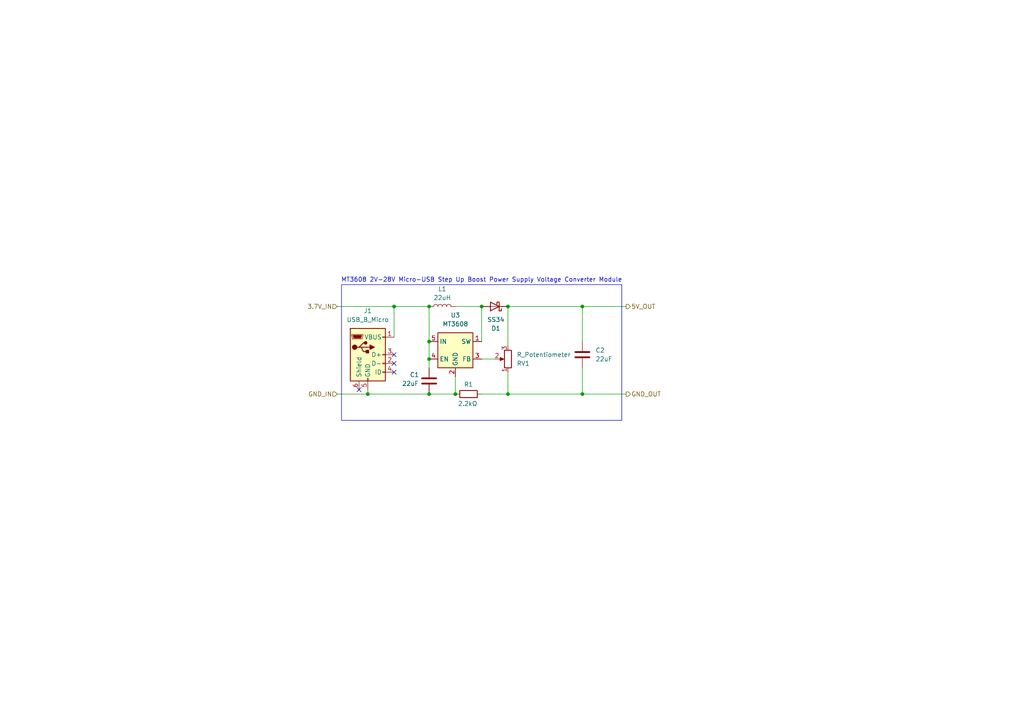
<source format=kicad_sch>
(kicad_sch (version 20250114) (generator "eeschema") (generator_version "9.0")
  (paper "A4")
  (lib_symbols
    (symbol "Connector:USB_B_Micro" (pin_names (offset 1.016))
      (property "Reference" "J" (at -5.08 11.43 0))
      (property "Value" "USB_B_Micro" (at -5.08 8.89 0))
      (symbol "USB_B_Micro_0_1"
        (rectangle (start -5.08 -7.62) (end 5.08 7.62) (stroke (width 0.254)) (fill (type background)))
        (polyline (pts (xy -4.699 5.842) (xy -4.699 5.588) (xy -4.445 4.826) (xy -4.445 4.572) (xy -1.651 4.572) (xy -1.651 4.826) (xy -1.397 5.588) (xy -1.397 5.842) (xy -4.699 5.842)))
        (polyline (pts (xy -4.318 5.588) (xy -1.778 5.588) (xy -2.032 4.826) (xy -4.064 4.826) (xy -4.318 5.588)) (fill (type outline)))
        (circle (center -3.81 2.159) (radius 0.635) (stroke (width 0.254)) (fill (type outline)))
        (polyline (pts (xy -3.175 2.159) (xy -2.54 2.159) (xy -1.27 3.429) (xy -0.635 3.429)) (stroke (width 0.254)))
        (polyline (pts (xy -2.54 2.159) (xy -1.905 2.159) (xy -1.27 0.889) (xy 0 0.889)) (stroke (width 0.254)))
        (polyline (pts (xy -1.905 2.159) (xy 0.635 2.159)) (stroke (width 0.254)))
        (circle (center -0.635 3.429) (radius 0.381) (stroke (width 0.254)) (fill (type outline)))
        (rectangle (start -0.127 -7.62) (end 0.127 -6.858))
        (rectangle (start 0.254 1.27) (end -0.508 0.508) (stroke (width 0.254)) (fill (type outline)))
        (polyline (pts (xy 0.635 2.794) (xy 0.635 1.524) (xy 1.905 2.159) (xy 0.635 2.794)) (stroke (width 0.254)) (fill (type outline)))
        (rectangle (start 5.08 4.953) (end 4.318 5.207))
        (rectangle (start 5.08 -0.127) (end 4.318 0.127))
        (rectangle (start 5.08 -2.667) (end 4.318 -2.413))
        (rectangle (start 5.08 -5.207) (end 4.318 -4.953))
      )
      (symbol "USB_B_Micro_1_1"
        (pin passive line (at -2.54 -10.16 90) (length 2.54) (name "Shield") (number "6"))
        (pin power_out line (at 0 -10.16 90) (length 2.54) (name "GND") (number "5"))
        (pin power_out line (at 7.62 5.08 180) (length 2.54) (name "VBUS") (number "1"))
        (pin bidirectional line (at 7.62 0 180) (length 2.54) (name "D+") (number "3"))
        (pin bidirectional line (at 7.62 -2.54 180) (length 2.54) (name "D-") (number "2"))
        (pin passive line (at 7.62 -5.08 180) (length 2.54) (name "ID") (number "4"))
      )
    )
    (symbol "Device:C" (pin_numbers (hide yes)) (pin_names (offset 0.254))
      (property "Reference" "C" (at 0.635 2.54 0))
      (property "Value" "C" (at 0.635 -2.54 0))
      (symbol "C_0_1"
        (polyline (pts (xy -2.032 0.762) (xy 2.032 0.762)) (stroke (width 0.508)))
        (polyline (pts (xy -2.032 -0.762) (xy 2.032 -0.762)) (stroke (width 0.508)))
      )
      (symbol "C_1_1"
        (pin passive line (at 0 3.81 270) (length 2.794) (name "~") (number "1"))
        (pin passive line (at 0 -3.81 90) (length 2.794) (name "~") (number "2"))
      )
    )
    (symbol "Device:L" (pin_numbers (hide yes)) (pin_names (offset 1.016) (hide yes))
      (property "Reference" "L" (at -1.27 0 90))
      (property "Value" "L" (at 1.905 0 90))
      (symbol "L_0_1"
        (arc (start 0 2.54) (mid 0.6323 1.905) (end 0 1.27))
        (arc (start 0 1.27) (mid 0.6323 0.635) (end 0 0))
        (arc (start 0 0) (mid 0.6323 -0.635) (end 0 -1.27))
        (arc (start 0 -1.27) (mid 0.6323 -1.905) (end 0 -2.54))
      )
      (symbol "L_1_1"
        (pin passive line (at 0 3.81 270) (length 1.27) (name "1") (number "1"))
        (pin passive line (at 0 -3.81 90) (length 1.27) (name "2") (number "2"))
      )
    )
    (symbol "Device:R" (pin_numbers (hide yes)) (pin_names (offset 0))
      (property "Reference" "R" (at 2.032 0 90))
      (property "Value" "R" (at 0 0 90))
      (symbol "R_0_1"
        (rectangle (start -1.016 -2.54) (end 1.016 2.54) (stroke (width 0.254)))
      )
      (symbol "R_1_1"
        (pin passive line (at 0 3.81 270) (length 1.27) (name "~") (number "1"))
        (pin passive line (at 0 -3.81 90) (length 1.27) (name "~") (number "2"))
      )
    )
    (symbol "Device:R_Potentiometer" (pin_names (offset 1.016) (hide yes))
      (property "Reference" "RV" (at -4.445 0 90))
      (property "Value" "R_Potentiometer" (at -2.54 0 90))
      (symbol "R_Potentiometer_0_1"
        (rectangle (start 1.016 2.54) (end -1.016 -2.54) (stroke (width 0.254)))
        (polyline (pts (xy 1.143 0) (xy 2.286 0.508) (xy 2.286 -0.508) (xy 1.143 0)) (fill (type outline)))
        (polyline (pts (xy 2.54 0) (xy 1.524 0)))
      )
      (symbol "R_Potentiometer_1_1"
        (pin passive line (at 0 3.81 270) (length 1.27) (name "1") (number "1"))
        (pin passive line (at 0 -3.81 90) (length 1.27) (name "3") (number "3"))
        (pin passive line (at 3.81 0 180) (length 1.27) (name "2") (number "2"))
      )
    )
    (symbol "Diode:SS34" (pin_numbers (hide yes)) (pin_names (offset 1.016) (hide yes))
      (property "Reference" "D" (at 0 2.54 0))
      (property "Value" "SS34" (at 0 -2.54 0))
      (symbol "SS34_0_1"
        (polyline (pts (xy -1.905 0.635) (xy -1.905 1.27) (xy -1.27 1.27) (xy -1.27 -1.27) (xy -0.635 -1.27) (xy -0.635 -0.635)) (stroke (width 0.254)))
        (polyline (pts (xy 1.27 1.27) (xy 1.27 -1.27) (xy -1.27 0) (xy 1.27 1.27)) (stroke (width 0.254)))
        (polyline (pts (xy 1.27 0) (xy -1.27 0)))
      )
      (symbol "SS34_1_1"
        (pin passive line (at -3.81 0 0) (length 2.54) (name "K") (number "1"))
        (pin passive line (at 3.81 0 180) (length 2.54) (name "A") (number "2"))
      )
    )
    (symbol "Regulator_Switching:MT3608"
      (property "Reference" "U" (at -2.54 8.89 0))
      (property "Value" "MT3608" (at -3.81 6.35 0))
      (symbol "MT3608_0_1"
        (rectangle (start -5.08 5.08) (end 5.08 -5.08) (stroke (width 0.254)) (fill (type background)))
      )
      (symbol "MT3608_1_1"
        (pin power_in line (at -7.62 2.54 0) (length 2.54) (name "IN") (number "5"))
        (pin input line (at -7.62 -2.54 0) (length 2.54) (name "EN") (number "4"))
        (pin power_in line (at 0 -7.62 90) (length 2.54) (name "GND") (number "2"))
        (pin no_connect line (at 5.08 0 180) (length 2.54) (hide yes) (name "NC") (number "6"))
        (pin passive line (at 7.62 2.54 180) (length 2.54) (name "SW") (number "1"))
        (pin input line (at 7.62 -2.54 180) (length 2.54) (name "FB") (number "3"))
      )
    )
  )
  (rectangle (start 99.06 82.55) (end 180.34 121.92))
  (text "MT3608 2V-28V Micro-USB Step Up Boost Power Supply Voltage Converter Module" (at 139.7 81.28 0) (effects (font (size 1.27 1.27))))
  (junction (at 132.08 114.3))
  (junction (at 124.46 99.06))
  (junction (at 168.91 88.9))
  (junction (at 147.32 88.9))
  (junction (at 124.46 88.9))
  (junction (at 124.46 104.14))
  (junction (at 114.3 88.9))
  (junction (at 139.7 88.9))
  (junction (at 147.32 114.3))
  (junction (at 106.68 114.3))
  (junction (at 124.46 114.3))
  (junction (at 168.91 114.3))
  (no_connect (at 114.3 107.95))
  (no_connect (at 104.14 113.03))
  (no_connect (at 114.3 102.87))
  (no_connect (at 114.3 105.41))
  (wire (pts (xy 139.7 88.9) (xy 139.7 99.06)))
  (wire (pts (xy 168.91 99.06) (xy 168.91 88.9)))
  (wire (pts (xy 124.46 99.06) (xy 124.46 104.14)))
  (wire (pts (xy 114.3 88.9) (xy 114.3 97.79)))
  (wire (pts (xy 168.91 114.3) (xy 181.61 114.3)))
  (wire (pts (xy 168.91 88.9) (xy 147.32 88.9)))
  (wire (pts (xy 124.46 99.06) (xy 124.46 88.9)))
  (wire (pts (xy 97.79 114.3) (xy 106.68 114.3)))
  (wire (pts (xy 132.08 114.3) (xy 124.46 114.3)))
  (wire (pts (xy 124.46 104.14) (xy 124.46 106.68)))
  (wire (pts (xy 147.32 114.3) (xy 139.7 114.3)))
  (wire (pts (xy 147.32 107.95) (xy 147.32 114.3)))
  (wire (pts (xy 132.08 88.9) (xy 139.7 88.9)))
  (wire (pts (xy 132.08 109.22) (xy 132.08 114.3)))
  (wire (pts (xy 168.91 114.3) (xy 168.91 106.68)))
  (wire (pts (xy 168.91 88.9) (xy 181.61 88.9)))
  (wire (pts (xy 106.68 114.3) (xy 106.68 113.03)))
  (wire (pts (xy 106.68 114.3) (xy 124.46 114.3)))
  (wire (pts (xy 143.51 104.14) (xy 139.7 104.14)))
  (wire (pts (xy 97.79 88.9) (xy 114.3 88.9)))
  (wire (pts (xy 147.32 114.3) (xy 168.91 114.3)))
  (wire (pts (xy 124.46 88.9) (xy 114.3 88.9)))
  (wire (pts (xy 147.32 88.9) (xy 147.32 100.33)))
  (hierarchical_label "3.7V_IN" (shape input) (at 97.79 88.9 180))
  (hierarchical_label "GND_OUT" (shape output) (at 181.61 114.3 0))
  (hierarchical_label "5V_OUT" (shape output) (at 181.61 88.9 0))
  (hierarchical_label "GND_IN" (shape input) (at 97.79 114.3 180))
  (symbol (lib_id "Device:R_Potentiometer") (at 147.32 104.14 180) (unit 1)
    (property "Reference" "RV1" (at 149.86 105.4101 0) (effects (justify right)))
    (property "Value" "R_Potentiometer" (at 149.86 102.8701 0) (effects (justify right)))
    (property "Description" "Potentiometer" (effects (hide yes)))
  )
  (symbol (lib_id "Regulator_Switching:MT3608") (at 132.08 101.6 0) (unit 1)
    (property "Reference" "U3" (at 132.08 91.44 0))
    (property "Value" "MT3608" (at 132.08 93.98 0))
    (property "Footprint" "Package_TO_SOT_SMD:SOT-23-6" (effects (hide yes)))
    (property "Datasheet" "https://www.olimex.com/Products/Breadboarding/BB-PWR-3608/resources/MT3608.pdf" (effects (hide yes)))
    (property "Description" "High Efficiency 1.2MHz 2A Step Up Converter, 2-24V Vin, 28V Vout, 4A current limit, 1.2MHz, SOT23-6" (effects (hide yes)))
  )
  (symbol (lib_id "Device:R") (at 135.89 114.3 90) (unit 1)
    (property "Reference" "R1" (at 135.89 111.506 90))
    (property "Value" "2.2kΩ" (at 135.636 117.094 90))
    (property "Description" "Resistor" (effects (hide yes)))
  )
  (symbol (lib_id "Device:L") (at 128.27 88.9 90) (unit 1)
    (property "Reference" "L1" (at 128.27 83.82 90))
    (property "Value" "22uH" (at 128.27 86.36 90))
    (property "Description" "Inductor" (effects (hide yes)))
  )
  (symbol (lib_id "Device:C") (at 124.46 110.49 0) (unit 1)
    (property "Reference" "C1" (at 118.872 108.712 0) (effects (justify left)))
    (property "Value" "22uF" (at 116.586 111.252 0) (effects (justify left)))
    (property "Description" "Unpolarized capacitor" (effects (hide yes)))
  )
  (symbol (lib_id "Device:C") (at 168.91 102.87 0) (unit 1)
    (property "Reference" "C2" (at 172.72 101.5999 0) (effects (justify left)))
    (property "Value" "22uF" (at 172.72 104.1399 0) (effects (justify left)))
    (property "Description" "Unpolarized capacitor" (effects (hide yes)))
  )
  (symbol (lib_id "Diode:SS34") (at 143.51 88.9 180) (unit 1)
    (property "Reference" "D1" (at 143.8275 95.25 0))
    (property "Value" "SS34" (at 143.8275 92.71 0))
    (property "Footprint" "Diode_SMD:D_SMA" (effects (hide yes)))
    (property "Datasheet" "https://www.vishay.com/docs/88751/ss32.pdf" (effects (hide yes)))
    (property "Description" "40V 3A Schottky Diode, SMA" (effects (hide yes)))
  )
  (symbol (lib_id "Connector:USB_B_Micro") (at 106.68 102.87 0) (unit 1)
    (property "Reference" "J1" (at 106.68 90.17 0))
    (property "Value" "USB_B_Micro" (at 106.68 92.71 0))
    (property "Description" "USB Micro Type B connector" (effects (hide yes)))
  )
)
</source>
